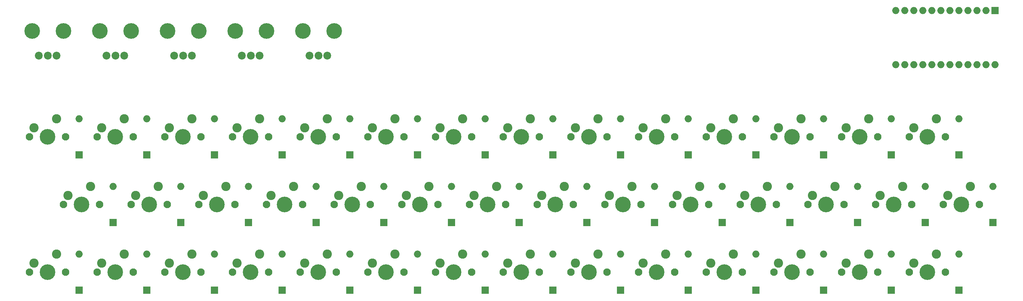
<source format=gbs>
G04 #@! TF.GenerationSoftware,KiCad,Pcbnew,5.0.0-rc1-44a33f2~62~ubuntu16.04.1*
G04 #@! TF.CreationDate,2018-03-08T22:41:24+01:00*
G04 #@! TF.ProjectId,midi314,6D6964693331342E6B696361645F7063,rev?*
G04 #@! TF.SameCoordinates,Original*
G04 #@! TF.FileFunction,Soldermask,Bot*
G04 #@! TF.FilePolarity,Negative*
%FSLAX46Y46*%
G04 Gerber Fmt 4.6, Leading zero omitted, Abs format (unit mm)*
G04 Created by KiCad (PCBNEW 5.0.0-rc1-44a33f2~62~ubuntu16.04.1) date Thu Mar  8 22:41:24 2018*
%MOMM*%
%LPD*%
G01*
G04 APERTURE LIST*
%ADD10C,2.200000*%
%ADD11C,4.400000*%
%ADD12C,2.100000*%
%ADD13C,2.600000*%
%ADD14O,2.000000X2.000000*%
%ADD15R,2.000000X2.000000*%
G04 APERTURE END LIST*
D10*
X91520000Y-114300000D03*
X94020000Y-114300000D03*
X96520000Y-114300000D03*
D11*
X89620000Y-107300000D03*
X98420000Y-107300000D03*
X117470000Y-107300000D03*
X108670000Y-107300000D03*
D10*
X115570000Y-114300000D03*
X113070000Y-114300000D03*
X110570000Y-114300000D03*
X129620000Y-114300000D03*
X132120000Y-114300000D03*
X134620000Y-114300000D03*
D11*
X127720000Y-107300000D03*
X136520000Y-107300000D03*
X155570000Y-107300000D03*
X146770000Y-107300000D03*
D10*
X153670000Y-114300000D03*
X151170000Y-114300000D03*
X148670000Y-114300000D03*
X72470000Y-114300000D03*
X74970000Y-114300000D03*
X77470000Y-114300000D03*
D11*
X70570000Y-107300000D03*
X79370000Y-107300000D03*
D12*
X232410000Y-137160000D03*
X222250000Y-137160000D03*
D11*
X227330000Y-137160000D03*
D13*
X223520000Y-134620000D03*
X229870000Y-132080000D03*
D14*
X341630000Y-116840000D03*
X313690000Y-101600000D03*
X339090000Y-116840000D03*
X316230000Y-101600000D03*
X336550000Y-116840000D03*
X318770000Y-101600000D03*
X334010000Y-116840000D03*
X321310000Y-101600000D03*
X331470000Y-116840000D03*
X323850000Y-101600000D03*
X328930000Y-116840000D03*
X326390000Y-101600000D03*
X326390000Y-116840000D03*
X328930000Y-101600000D03*
X323850000Y-116840000D03*
X331470000Y-101600000D03*
X321310000Y-116840000D03*
X334010000Y-101600000D03*
X318770000Y-116840000D03*
X336550000Y-101600000D03*
X316230000Y-116840000D03*
X339090000Y-101600000D03*
X313690000Y-116840000D03*
D15*
X341630000Y-101600000D03*
D12*
X327660000Y-137160000D03*
X317500000Y-137160000D03*
D11*
X322580000Y-137160000D03*
D13*
X318770000Y-134620000D03*
X325120000Y-132080000D03*
D12*
X80010000Y-137160000D03*
X69850000Y-137160000D03*
D11*
X74930000Y-137160000D03*
D13*
X71120000Y-134620000D03*
X77470000Y-132080000D03*
D12*
X99060000Y-137160000D03*
X88900000Y-137160000D03*
D11*
X93980000Y-137160000D03*
D13*
X90170000Y-134620000D03*
X96520000Y-132080000D03*
D12*
X118110000Y-137160000D03*
X107950000Y-137160000D03*
D11*
X113030000Y-137160000D03*
D13*
X109220000Y-134620000D03*
X115570000Y-132080000D03*
D12*
X137160000Y-137160000D03*
X127000000Y-137160000D03*
D11*
X132080000Y-137160000D03*
D13*
X128270000Y-134620000D03*
X134620000Y-132080000D03*
D12*
X156210000Y-137160000D03*
X146050000Y-137160000D03*
D11*
X151130000Y-137160000D03*
D13*
X147320000Y-134620000D03*
X153670000Y-132080000D03*
D12*
X175260000Y-137160000D03*
X165100000Y-137160000D03*
D11*
X170180000Y-137160000D03*
D13*
X166370000Y-134620000D03*
X172720000Y-132080000D03*
D12*
X194310000Y-137160000D03*
X184150000Y-137160000D03*
D11*
X189230000Y-137160000D03*
D13*
X185420000Y-134620000D03*
X191770000Y-132080000D03*
D12*
X89535000Y-156210000D03*
X79375000Y-156210000D03*
D11*
X84455000Y-156210000D03*
D13*
X80645000Y-153670000D03*
X86995000Y-151130000D03*
D12*
X108585000Y-156210000D03*
X98425000Y-156210000D03*
D11*
X103505000Y-156210000D03*
D13*
X99695000Y-153670000D03*
X106045000Y-151130000D03*
D12*
X127635000Y-156210000D03*
X117475000Y-156210000D03*
D11*
X122555000Y-156210000D03*
D13*
X118745000Y-153670000D03*
X125095000Y-151130000D03*
D12*
X146685000Y-156210000D03*
X136525000Y-156210000D03*
D11*
X141605000Y-156210000D03*
D13*
X137795000Y-153670000D03*
X144145000Y-151130000D03*
D12*
X165735000Y-156210000D03*
X155575000Y-156210000D03*
D11*
X160655000Y-156210000D03*
D13*
X156845000Y-153670000D03*
X163195000Y-151130000D03*
D12*
X184785000Y-156210000D03*
X174625000Y-156210000D03*
D11*
X179705000Y-156210000D03*
D13*
X175895000Y-153670000D03*
X182245000Y-151130000D03*
D12*
X203835000Y-156210000D03*
X193675000Y-156210000D03*
D11*
X198755000Y-156210000D03*
D13*
X194945000Y-153670000D03*
X201295000Y-151130000D03*
D14*
X83820000Y-132080000D03*
D15*
X83820000Y-142240000D03*
D14*
X102870000Y-132080000D03*
D15*
X102870000Y-142240000D03*
D14*
X121920000Y-132080000D03*
D15*
X121920000Y-142240000D03*
D14*
X140970000Y-132080000D03*
D15*
X140970000Y-142240000D03*
D14*
X160020000Y-132080000D03*
D15*
X160020000Y-142240000D03*
D14*
X179070000Y-132080000D03*
D15*
X179070000Y-142240000D03*
D14*
X198120000Y-132080000D03*
D15*
X198120000Y-142240000D03*
D14*
X93345000Y-151130000D03*
D15*
X93345000Y-161290000D03*
D14*
X112395000Y-151130000D03*
D15*
X112395000Y-161290000D03*
D14*
X131445000Y-151130000D03*
D15*
X131445000Y-161290000D03*
D14*
X150495000Y-151130000D03*
D15*
X150495000Y-161290000D03*
D14*
X169545000Y-151130000D03*
D15*
X169545000Y-161290000D03*
D14*
X188595000Y-151130000D03*
D15*
X188595000Y-161290000D03*
D14*
X207645000Y-151130000D03*
D15*
X207645000Y-161290000D03*
D14*
X83820000Y-170180000D03*
D15*
X83820000Y-180340000D03*
D14*
X102870000Y-170180000D03*
D15*
X102870000Y-180340000D03*
D14*
X121920000Y-170180000D03*
D15*
X121920000Y-180340000D03*
D14*
X140970000Y-170180000D03*
D15*
X140970000Y-180340000D03*
D14*
X160020000Y-170180000D03*
D15*
X160020000Y-180340000D03*
D14*
X179070000Y-170180000D03*
D15*
X179070000Y-180340000D03*
D14*
X198120000Y-170180000D03*
D15*
X198120000Y-180340000D03*
D14*
X217170000Y-132080000D03*
D15*
X217170000Y-142240000D03*
D14*
X236220000Y-132080000D03*
D15*
X236220000Y-142240000D03*
D14*
X255270000Y-132080000D03*
D15*
X255270000Y-142240000D03*
D14*
X274320000Y-132080000D03*
D15*
X274320000Y-142240000D03*
D14*
X293370000Y-132080000D03*
D15*
X293370000Y-142240000D03*
D14*
X312420000Y-132080000D03*
D15*
X312420000Y-142240000D03*
D14*
X331470000Y-132080000D03*
D15*
X331470000Y-142240000D03*
D14*
X226695000Y-151130000D03*
D15*
X226695000Y-161290000D03*
D14*
X245745000Y-151130000D03*
D15*
X245745000Y-161290000D03*
D14*
X264795000Y-151130000D03*
D15*
X264795000Y-161290000D03*
D14*
X283845000Y-151130000D03*
D15*
X283845000Y-161290000D03*
D14*
X302895000Y-151130000D03*
D15*
X302895000Y-161290000D03*
D14*
X321945000Y-151130000D03*
D15*
X321945000Y-161290000D03*
D14*
X340995000Y-151130000D03*
D15*
X340995000Y-161290000D03*
D14*
X217170000Y-170180000D03*
D15*
X217170000Y-180340000D03*
D14*
X236220000Y-170180000D03*
D15*
X236220000Y-180340000D03*
D14*
X255270000Y-170180000D03*
D15*
X255270000Y-180340000D03*
D14*
X274320000Y-170180000D03*
D15*
X274320000Y-180340000D03*
D14*
X293370000Y-170180000D03*
D15*
X293370000Y-180340000D03*
D14*
X312420000Y-170180000D03*
D15*
X312420000Y-180340000D03*
D14*
X331470000Y-170180000D03*
D15*
X331470000Y-180340000D03*
D12*
X80010000Y-175260000D03*
X69850000Y-175260000D03*
D11*
X74930000Y-175260000D03*
D13*
X71120000Y-172720000D03*
X77470000Y-170180000D03*
D12*
X99060000Y-175260000D03*
X88900000Y-175260000D03*
D11*
X93980000Y-175260000D03*
D13*
X90170000Y-172720000D03*
X96520000Y-170180000D03*
D12*
X118110000Y-175260000D03*
X107950000Y-175260000D03*
D11*
X113030000Y-175260000D03*
D13*
X109220000Y-172720000D03*
X115570000Y-170180000D03*
D12*
X137160000Y-175260000D03*
X127000000Y-175260000D03*
D11*
X132080000Y-175260000D03*
D13*
X128270000Y-172720000D03*
X134620000Y-170180000D03*
D12*
X156210000Y-175260000D03*
X146050000Y-175260000D03*
D11*
X151130000Y-175260000D03*
D13*
X147320000Y-172720000D03*
X153670000Y-170180000D03*
D12*
X175260000Y-175260000D03*
X165100000Y-175260000D03*
D11*
X170180000Y-175260000D03*
D13*
X166370000Y-172720000D03*
X172720000Y-170180000D03*
D12*
X194310000Y-175260000D03*
X184150000Y-175260000D03*
D11*
X189230000Y-175260000D03*
D13*
X185420000Y-172720000D03*
X191770000Y-170180000D03*
D12*
X213360000Y-137160000D03*
X203200000Y-137160000D03*
D11*
X208280000Y-137160000D03*
D13*
X204470000Y-134620000D03*
X210820000Y-132080000D03*
D12*
X251460000Y-137160000D03*
X241300000Y-137160000D03*
D11*
X246380000Y-137160000D03*
D13*
X242570000Y-134620000D03*
X248920000Y-132080000D03*
D12*
X270510000Y-137160000D03*
X260350000Y-137160000D03*
D11*
X265430000Y-137160000D03*
D13*
X261620000Y-134620000D03*
X267970000Y-132080000D03*
D12*
X289560000Y-137160000D03*
X279400000Y-137160000D03*
D11*
X284480000Y-137160000D03*
D13*
X280670000Y-134620000D03*
X287020000Y-132080000D03*
D12*
X308610000Y-137160000D03*
X298450000Y-137160000D03*
D11*
X303530000Y-137160000D03*
D13*
X299720000Y-134620000D03*
X306070000Y-132080000D03*
D12*
X222885000Y-156210000D03*
X212725000Y-156210000D03*
D11*
X217805000Y-156210000D03*
D13*
X213995000Y-153670000D03*
X220345000Y-151130000D03*
D12*
X241935000Y-156210000D03*
X231775000Y-156210000D03*
D11*
X236855000Y-156210000D03*
D13*
X233045000Y-153670000D03*
X239395000Y-151130000D03*
D12*
X260985000Y-156210000D03*
X250825000Y-156210000D03*
D11*
X255905000Y-156210000D03*
D13*
X252095000Y-153670000D03*
X258445000Y-151130000D03*
D12*
X280035000Y-156210000D03*
X269875000Y-156210000D03*
D11*
X274955000Y-156210000D03*
D13*
X271145000Y-153670000D03*
X277495000Y-151130000D03*
D12*
X299085000Y-156210000D03*
X288925000Y-156210000D03*
D11*
X294005000Y-156210000D03*
D13*
X290195000Y-153670000D03*
X296545000Y-151130000D03*
D12*
X318135000Y-156210000D03*
X307975000Y-156210000D03*
D11*
X313055000Y-156210000D03*
D13*
X309245000Y-153670000D03*
X315595000Y-151130000D03*
D12*
X337185000Y-156210000D03*
X327025000Y-156210000D03*
D11*
X332105000Y-156210000D03*
D13*
X328295000Y-153670000D03*
X334645000Y-151130000D03*
D12*
X213360000Y-175260000D03*
X203200000Y-175260000D03*
D11*
X208280000Y-175260000D03*
D13*
X204470000Y-172720000D03*
X210820000Y-170180000D03*
D12*
X232410000Y-175260000D03*
X222250000Y-175260000D03*
D11*
X227330000Y-175260000D03*
D13*
X223520000Y-172720000D03*
X229870000Y-170180000D03*
D12*
X251460000Y-175260000D03*
X241300000Y-175260000D03*
D11*
X246380000Y-175260000D03*
D13*
X242570000Y-172720000D03*
X248920000Y-170180000D03*
D12*
X270510000Y-175260000D03*
X260350000Y-175260000D03*
D11*
X265430000Y-175260000D03*
D13*
X261620000Y-172720000D03*
X267970000Y-170180000D03*
D12*
X289560000Y-175260000D03*
X279400000Y-175260000D03*
D11*
X284480000Y-175260000D03*
D13*
X280670000Y-172720000D03*
X287020000Y-170180000D03*
D12*
X308610000Y-175260000D03*
X298450000Y-175260000D03*
D11*
X303530000Y-175260000D03*
D13*
X299720000Y-172720000D03*
X306070000Y-170180000D03*
D12*
X327660000Y-175260000D03*
X317500000Y-175260000D03*
D11*
X322580000Y-175260000D03*
D13*
X318770000Y-172720000D03*
X325120000Y-170180000D03*
M02*

</source>
